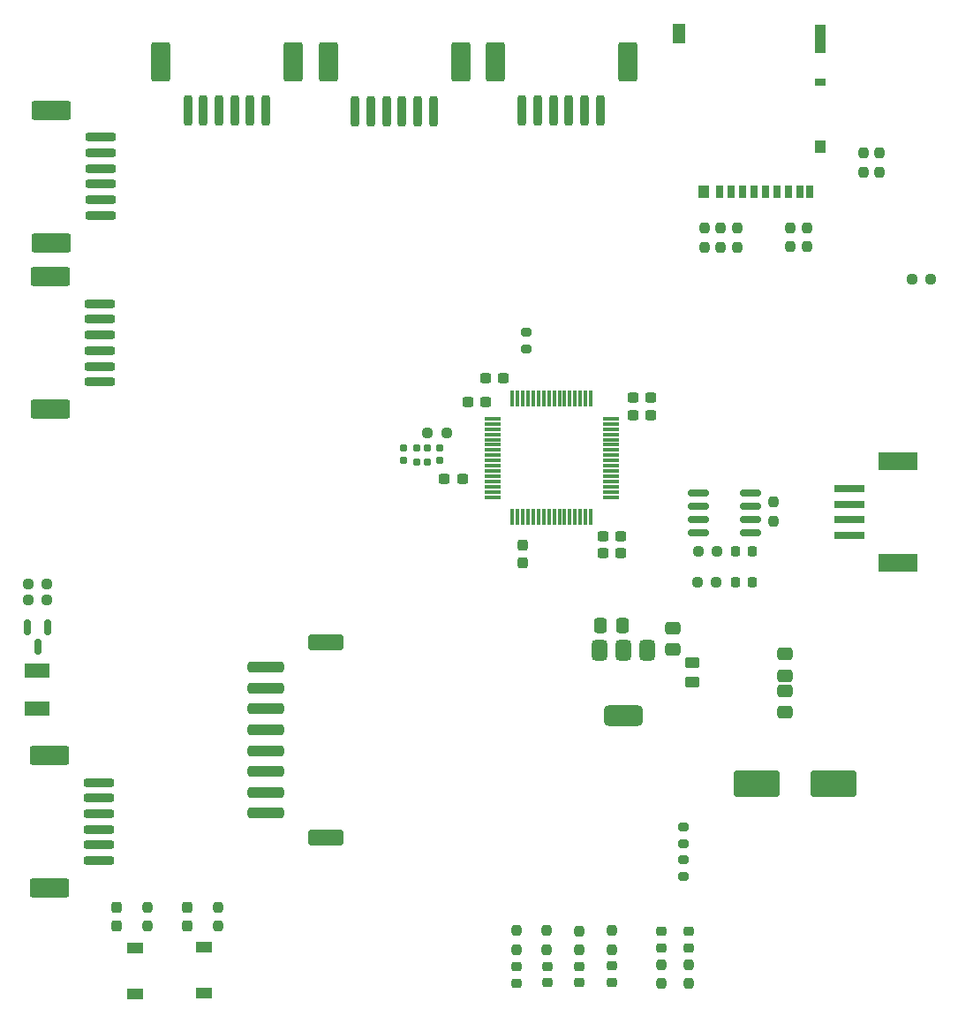
<source format=gtp>
%TF.GenerationSoftware,KiCad,Pcbnew,8.0.4-8.0.4-0~ubuntu22.04.1*%
%TF.CreationDate,2024-08-14T22:53:29+09:00*%
%TF.ProjectId,main,6d61696e-2e6b-4696-9361-645f70636258,rev?*%
%TF.SameCoordinates,Original*%
%TF.FileFunction,Paste,Top*%
%TF.FilePolarity,Positive*%
%FSLAX46Y46*%
G04 Gerber Fmt 4.6, Leading zero omitted, Abs format (unit mm)*
G04 Created by KiCad (PCBNEW 8.0.4-8.0.4-0~ubuntu22.04.1) date 2024-08-14 22:53:29*
%MOMM*%
%LPD*%
G01*
G04 APERTURE LIST*
G04 Aperture macros list*
%AMRoundRect*
0 Rectangle with rounded corners*
0 $1 Rounding radius*
0 $2 $3 $4 $5 $6 $7 $8 $9 X,Y pos of 4 corners*
0 Add a 4 corners polygon primitive as box body*
4,1,4,$2,$3,$4,$5,$6,$7,$8,$9,$2,$3,0*
0 Add four circle primitives for the rounded corners*
1,1,$1+$1,$2,$3*
1,1,$1+$1,$4,$5*
1,1,$1+$1,$6,$7*
1,1,$1+$1,$8,$9*
0 Add four rect primitives between the rounded corners*
20,1,$1+$1,$2,$3,$4,$5,0*
20,1,$1+$1,$4,$5,$6,$7,0*
20,1,$1+$1,$6,$7,$8,$9,0*
20,1,$1+$1,$8,$9,$2,$3,0*%
G04 Aperture macros list end*
%ADD10RoundRect,0.218750X0.218750X0.256250X-0.218750X0.256250X-0.218750X-0.256250X0.218750X-0.256250X0*%
%ADD11RoundRect,0.237500X-0.300000X-0.237500X0.300000X-0.237500X0.300000X0.237500X-0.300000X0.237500X0*%
%ADD12RoundRect,0.250000X-0.450000X0.262500X-0.450000X-0.262500X0.450000X-0.262500X0.450000X0.262500X0*%
%ADD13RoundRect,0.237500X0.237500X-0.250000X0.237500X0.250000X-0.237500X0.250000X-0.237500X-0.250000X0*%
%ADD14R,1.600000X1.050000*%
%ADD15R,0.700000X1.200000*%
%ADD16R,1.000000X0.800000*%
%ADD17R,1.000000X1.200000*%
%ADD18R,1.000000X2.800000*%
%ADD19R,1.300000X1.900000*%
%ADD20RoundRect,0.237500X-0.237500X0.250000X-0.237500X-0.250000X0.237500X-0.250000X0.237500X0.250000X0*%
%ADD21RoundRect,0.237500X-0.250000X-0.237500X0.250000X-0.237500X0.250000X0.237500X-0.250000X0.237500X0*%
%ADD22RoundRect,0.237500X0.250000X0.237500X-0.250000X0.237500X-0.250000X-0.237500X0.250000X-0.237500X0*%
%ADD23RoundRect,0.200000X-1.250000X0.200000X-1.250000X-0.200000X1.250000X-0.200000X1.250000X0.200000X0*%
%ADD24RoundRect,0.250000X-1.650000X0.650000X-1.650000X-0.650000X1.650000X-0.650000X1.650000X0.650000X0*%
%ADD25RoundRect,0.218750X0.256250X-0.218750X0.256250X0.218750X-0.256250X0.218750X-0.256250X-0.218750X0*%
%ADD26R,2.400000X1.450000*%
%ADD27RoundRect,0.250000X-0.337500X-0.475000X0.337500X-0.475000X0.337500X0.475000X-0.337500X0.475000X0*%
%ADD28RoundRect,0.155000X0.155000X-0.212500X0.155000X0.212500X-0.155000X0.212500X-0.155000X-0.212500X0*%
%ADD29RoundRect,0.237500X-0.237500X0.300000X-0.237500X-0.300000X0.237500X-0.300000X0.237500X0.300000X0*%
%ADD30RoundRect,0.075000X-0.700000X-0.075000X0.700000X-0.075000X0.700000X0.075000X-0.700000X0.075000X0*%
%ADD31RoundRect,0.075000X-0.075000X-0.700000X0.075000X-0.700000X0.075000X0.700000X-0.075000X0.700000X0*%
%ADD32R,2.900000X0.800000*%
%ADD33R,3.800000X1.800000*%
%ADD34RoundRect,0.200000X0.275000X-0.200000X0.275000X0.200000X-0.275000X0.200000X-0.275000X-0.200000X0*%
%ADD35RoundRect,0.200000X0.200000X1.250000X-0.200000X1.250000X-0.200000X-1.250000X0.200000X-1.250000X0*%
%ADD36RoundRect,0.250000X0.650000X1.650000X-0.650000X1.650000X-0.650000X-1.650000X0.650000X-1.650000X0*%
%ADD37RoundRect,0.250000X1.950000X1.000000X-1.950000X1.000000X-1.950000X-1.000000X1.950000X-1.000000X0*%
%ADD38RoundRect,0.375000X-0.375000X0.625000X-0.375000X-0.625000X0.375000X-0.625000X0.375000X0.625000X0*%
%ADD39RoundRect,0.500000X-1.400000X0.500000X-1.400000X-0.500000X1.400000X-0.500000X1.400000X0.500000X0*%
%ADD40RoundRect,0.175000X-0.175000X0.200000X-0.175000X-0.200000X0.175000X-0.200000X0.175000X0.200000X0*%
%ADD41RoundRect,0.155000X-0.155000X0.212500X-0.155000X-0.212500X0.155000X-0.212500X0.155000X0.212500X0*%
%ADD42RoundRect,0.250000X-0.475000X0.337500X-0.475000X-0.337500X0.475000X-0.337500X0.475000X0.337500X0*%
%ADD43RoundRect,0.150000X-0.150000X0.587500X-0.150000X-0.587500X0.150000X-0.587500X0.150000X0.587500X0*%
%ADD44RoundRect,0.237500X0.300000X0.237500X-0.300000X0.237500X-0.300000X-0.237500X0.300000X-0.237500X0*%
%ADD45RoundRect,0.250000X1.500000X-0.250000X1.500000X0.250000X-1.500000X0.250000X-1.500000X-0.250000X0*%
%ADD46RoundRect,0.250001X1.449999X-0.499999X1.449999X0.499999X-1.449999X0.499999X-1.449999X-0.499999X0*%
%ADD47RoundRect,0.250000X0.475000X-0.337500X0.475000X0.337500X-0.475000X0.337500X-0.475000X-0.337500X0*%
%ADD48RoundRect,0.150000X-0.825000X-0.150000X0.825000X-0.150000X0.825000X0.150000X-0.825000X0.150000X0*%
G04 APERTURE END LIST*
D10*
%TO.C,D7*%
X162719000Y-99016400D03*
X161144000Y-99016400D03*
%TD*%
D11*
%TO.C,C12*%
X137161100Y-82448400D03*
X138886100Y-82448400D03*
%TD*%
D12*
%TO.C,R1*%
X157017900Y-109716300D03*
X157017900Y-111541300D03*
%TD*%
D13*
%TO.C,R10*%
X159736000Y-69874200D03*
X159736000Y-68049200D03*
%TD*%
D14*
%TO.C,SW2*%
X110210000Y-136930000D03*
X110210000Y-141380000D03*
%TD*%
D15*
%TO.C,J9*%
X159640000Y-64550000D03*
X160740000Y-64550000D03*
X161840000Y-64550000D03*
X162940000Y-64550000D03*
X164040000Y-64550000D03*
X165140000Y-64550000D03*
X166240000Y-64550000D03*
X167340000Y-64550000D03*
X168290000Y-64550000D03*
D16*
X169240000Y-54050000D03*
D17*
X169240000Y-60250000D03*
D18*
X169240000Y-49900000D03*
D17*
X158090000Y-64550000D03*
D19*
X155740000Y-49450000D03*
%TD*%
D20*
%TO.C,R5*%
X154000000Y-138630200D03*
X154000000Y-140455200D03*
%TD*%
D21*
%TO.C,R24*%
X178037500Y-72975000D03*
X179862500Y-72975000D03*
%TD*%
D22*
%TO.C,R16*%
X133425000Y-87700000D03*
X131600000Y-87700000D03*
%TD*%
D11*
%TO.C,C6*%
X148437500Y-99175600D03*
X150162500Y-99175600D03*
%TD*%
D23*
%TO.C,J5*%
X100231400Y-59343600D03*
X100231400Y-60843600D03*
X100231400Y-62343600D03*
X100231400Y-63843600D03*
X100231400Y-65343600D03*
X100231400Y-66843600D03*
D24*
X95531400Y-56743600D03*
X95531400Y-69443600D03*
%TD*%
D25*
%TO.C,D3*%
X140157600Y-140401900D03*
X140157600Y-138826900D03*
%TD*%
D20*
%TO.C,R18*%
X164770000Y-94317500D03*
X164770000Y-96142500D03*
%TD*%
D22*
%TO.C,R20*%
X95142500Y-103721400D03*
X93317500Y-103721400D03*
%TD*%
D26*
%TO.C,SP1*%
X94190000Y-114080000D03*
X94190000Y-110430000D03*
%TD*%
D27*
%TO.C,C4*%
X148217500Y-106095000D03*
X150292500Y-106095000D03*
%TD*%
D11*
%TO.C,C7*%
X151283500Y-85953600D03*
X153008500Y-85953600D03*
%TD*%
D20*
%TO.C,R15*%
X146125000Y-135400000D03*
X146125000Y-137225000D03*
%TD*%
D28*
%TO.C,C16*%
X129305000Y-90293600D03*
X129305000Y-89158600D03*
%TD*%
D29*
%TO.C,C14*%
X101828000Y-133161700D03*
X101828000Y-134886700D03*
%TD*%
D23*
%TO.C,J7*%
X100079000Y-121167200D03*
X100079000Y-122667200D03*
X100079000Y-124167200D03*
X100079000Y-125667200D03*
X100079000Y-127167200D03*
X100079000Y-128667200D03*
D24*
X95379000Y-118567200D03*
X95379000Y-131267200D03*
%TD*%
D30*
%TO.C,U3*%
X137835000Y-86318400D03*
X137835000Y-86818400D03*
X137835000Y-87318400D03*
X137835000Y-87818400D03*
X137835000Y-88318400D03*
X137835000Y-88818400D03*
X137835000Y-89318400D03*
X137835000Y-89818400D03*
X137835000Y-90318400D03*
X137835000Y-90818400D03*
X137835000Y-91318400D03*
X137835000Y-91818400D03*
X137835000Y-92318400D03*
X137835000Y-92818400D03*
X137835000Y-93318400D03*
X137835000Y-93818400D03*
D31*
X139760000Y-95743400D03*
X140260000Y-95743400D03*
X140760000Y-95743400D03*
X141260000Y-95743400D03*
X141760000Y-95743400D03*
X142260000Y-95743400D03*
X142760000Y-95743400D03*
X143260000Y-95743400D03*
X143760000Y-95743400D03*
X144260000Y-95743400D03*
X144760000Y-95743400D03*
X145260000Y-95743400D03*
X145760000Y-95743400D03*
X146260000Y-95743400D03*
X146760000Y-95743400D03*
X147260000Y-95743400D03*
D30*
X149185000Y-93818400D03*
X149185000Y-93318400D03*
X149185000Y-92818400D03*
X149185000Y-92318400D03*
X149185000Y-91818400D03*
X149185000Y-91318400D03*
X149185000Y-90818400D03*
X149185000Y-90318400D03*
X149185000Y-89818400D03*
X149185000Y-89318400D03*
X149185000Y-88818400D03*
X149185000Y-88318400D03*
X149185000Y-87818400D03*
X149185000Y-87318400D03*
X149185000Y-86818400D03*
X149185000Y-86318400D03*
D31*
X147260000Y-84393400D03*
X146760000Y-84393400D03*
X146260000Y-84393400D03*
X145760000Y-84393400D03*
X145260000Y-84393400D03*
X144760000Y-84393400D03*
X144260000Y-84393400D03*
X143760000Y-84393400D03*
X143260000Y-84393400D03*
X142760000Y-84393400D03*
X142260000Y-84393400D03*
X141760000Y-84393400D03*
X141260000Y-84393400D03*
X140760000Y-84393400D03*
X140260000Y-84393400D03*
X139760000Y-84393400D03*
%TD*%
D20*
%TO.C,R13*%
X143050000Y-135387500D03*
X143050000Y-137212500D03*
%TD*%
%TO.C,R4*%
X156625000Y-138617700D03*
X156625000Y-140442700D03*
%TD*%
D32*
%TO.C,J8*%
X172050000Y-97510000D03*
X172050000Y-96010000D03*
X172050000Y-94510000D03*
X172050000Y-93010000D03*
D33*
X176750000Y-100110000D03*
X176750000Y-90410000D03*
%TD*%
D14*
%TO.C,SW1*%
X103555200Y-137007300D03*
X103555200Y-141457300D03*
%TD*%
D34*
%TO.C,R3*%
X156150000Y-127065000D03*
X156150000Y-125415000D03*
%TD*%
D29*
%TO.C,C9*%
X140740000Y-98390000D03*
X140740000Y-100115000D03*
%TD*%
D35*
%TO.C,J4*%
X116119600Y-56797400D03*
X114619600Y-56797400D03*
X113119600Y-56797400D03*
X111619600Y-56797400D03*
X110119600Y-56797400D03*
X108619600Y-56797400D03*
D36*
X118719600Y-52097400D03*
X106019600Y-52097400D03*
%TD*%
D25*
%TO.C,D4*%
X143108400Y-140367000D03*
X143108400Y-138792000D03*
%TD*%
%TO.C,D1*%
X156625000Y-137017700D03*
X156625000Y-135442700D03*
%TD*%
D35*
%TO.C,J3*%
X132172400Y-56848200D03*
X130672400Y-56848200D03*
X129172400Y-56848200D03*
X127672400Y-56848200D03*
X126172400Y-56848200D03*
X124672400Y-56848200D03*
D36*
X134772400Y-52148200D03*
X122072400Y-52148200D03*
%TD*%
D11*
%TO.C,C10*%
X148437500Y-97550000D03*
X150162500Y-97550000D03*
%TD*%
D20*
%TO.C,R14*%
X104723600Y-133113600D03*
X104723600Y-134938600D03*
%TD*%
D37*
%TO.C,C1*%
X170560000Y-121270000D03*
X163160000Y-121270000D03*
%TD*%
D38*
%TO.C,U2*%
X152692500Y-108470000D03*
X150392500Y-108470000D03*
X148092500Y-108470000D03*
D39*
X150392500Y-114770000D03*
%TD*%
D25*
%TO.C,D5*%
X146125000Y-140379000D03*
X146125000Y-138804000D03*
%TD*%
D40*
%TO.C,Y1*%
X131575000Y-89138100D03*
X130575000Y-89138100D03*
X131575000Y-90488100D03*
X130575000Y-90488100D03*
%TD*%
D23*
%TO.C,J6*%
X100180600Y-75294800D03*
X100180600Y-76794800D03*
X100180600Y-78294800D03*
X100180600Y-79794800D03*
X100180600Y-81294800D03*
X100180600Y-82794800D03*
D24*
X95480600Y-72694800D03*
X95480600Y-85394800D03*
%TD*%
D10*
%TO.C,D8*%
X162719000Y-102016400D03*
X161144000Y-102016400D03*
%TD*%
D41*
%TO.C,C15*%
X132759400Y-89158600D03*
X132759400Y-90293600D03*
%TD*%
D42*
%TO.C,C5*%
X165907900Y-108880100D03*
X165907900Y-110955100D03*
%TD*%
D43*
%TO.C,Q1*%
X95180000Y-106282500D03*
X93280000Y-106282500D03*
X94230000Y-108157500D03*
%TD*%
D21*
%TO.C,R22*%
X157548900Y-99027800D03*
X159373900Y-99027800D03*
%TD*%
D44*
%TO.C,C13*%
X134942500Y-92040000D03*
X133217500Y-92040000D03*
%TD*%
D13*
%TO.C,R11*%
X158161200Y-69874200D03*
X158161200Y-68049200D03*
%TD*%
%TO.C,R25*%
X173425000Y-62700000D03*
X173425000Y-60875000D03*
%TD*%
D21*
%TO.C,R23*%
X157500000Y-102025000D03*
X159325000Y-102025000D03*
%TD*%
D45*
%TO.C,J10*%
X116100000Y-124125000D03*
X116100000Y-122125000D03*
X116100000Y-120125000D03*
X116100000Y-118125000D03*
X116100000Y-116125000D03*
X116100000Y-114125000D03*
X116100000Y-112125000D03*
X116100000Y-110125000D03*
D46*
X121850000Y-126475000D03*
X121850000Y-107775000D03*
%TD*%
D34*
%TO.C,R2*%
X156160000Y-130190000D03*
X156160000Y-128540000D03*
%TD*%
D13*
%TO.C,R7*%
X168016400Y-69819600D03*
X168016400Y-67994600D03*
%TD*%
D20*
%TO.C,R17*%
X149250000Y-135387500D03*
X149250000Y-137212500D03*
%TD*%
D13*
%TO.C,R9*%
X161310800Y-69876100D03*
X161310800Y-68051100D03*
%TD*%
%TO.C,R26*%
X174975000Y-62687500D03*
X174975000Y-60862500D03*
%TD*%
D47*
%TO.C,C2*%
X165907900Y-114460300D03*
X165907900Y-112385300D03*
%TD*%
D48*
%TO.C,U4*%
X157595800Y-93446600D03*
X157595800Y-94716600D03*
X157595800Y-95986600D03*
X157595800Y-97256600D03*
X162545800Y-97256600D03*
X162545800Y-95986600D03*
X162545800Y-94716600D03*
X162545800Y-93446600D03*
%TD*%
D25*
%TO.C,D2*%
X154000000Y-137012300D03*
X154000000Y-135437300D03*
%TD*%
D47*
%TO.C,C3*%
X155110000Y-108447500D03*
X155110000Y-106372500D03*
%TD*%
D20*
%TO.C,R12*%
X140150000Y-135387500D03*
X140150000Y-137212500D03*
%TD*%
D35*
%TO.C,J2*%
X148178000Y-56808200D03*
X146678000Y-56808200D03*
X145178000Y-56808200D03*
X143678000Y-56808200D03*
X142178000Y-56808200D03*
X140678000Y-56808200D03*
D36*
X150778000Y-52108200D03*
X138078000Y-52108200D03*
%TD*%
D13*
%TO.C,R8*%
X166390800Y-69821500D03*
X166390800Y-67996500D03*
%TD*%
D21*
%TO.C,R19*%
X93295000Y-102151400D03*
X95120000Y-102151400D03*
%TD*%
D20*
%TO.C,R21*%
X111530800Y-133136000D03*
X111530800Y-134961000D03*
%TD*%
D34*
%TO.C,R6*%
X141050000Y-79675000D03*
X141050000Y-78025000D03*
%TD*%
D44*
%TO.C,C8*%
X137209700Y-84734400D03*
X135484700Y-84734400D03*
%TD*%
D25*
%TO.C,D6*%
X149250000Y-140315700D03*
X149250000Y-138740700D03*
%TD*%
D29*
%TO.C,C17*%
X108584400Y-133186000D03*
X108584400Y-134911000D03*
%TD*%
D11*
%TO.C,C11*%
X151283500Y-84328000D03*
X153008500Y-84328000D03*
%TD*%
M02*

</source>
